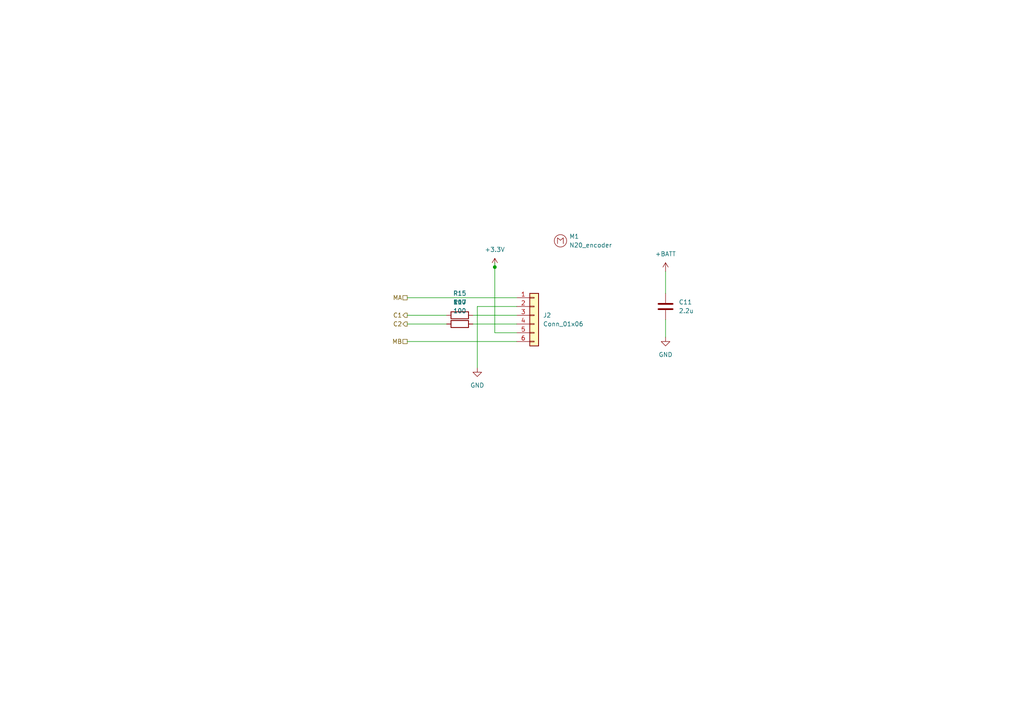
<source format=kicad_sch>
(kicad_sch (version 20230121) (generator eeschema)
  (paper "A4")
  (lib_symbols
    (symbol "Connector_Generic:Conn_01x06" (pin_names (offset 1.016) hide)
      (property "Reference" "J" (at 0 7.62 0))
      (property "Value" "Conn_01x06" (at 0 -10.16 0))
      (symbol "Conn_01x06_1_1"
        (rectangle (start -1.27 -7.493) (end 0 -7.747) (stroke (width 0.1524)))
        (rectangle (start -1.27 -4.953) (end 0 -5.207) (stroke (width 0.1524)))
        (rectangle (start -1.27 -2.413) (end 0 -2.667) (stroke (width 0.1524)))
        (rectangle (start -1.27 0.127) (end 0 -0.127) (stroke (width 0.1524)))
        (rectangle (start -1.27 2.667) (end 0 2.413) (stroke (width 0.1524)))
        (rectangle (start -1.27 5.207) (end 0 4.953) (stroke (width 0.1524)))
        (rectangle (start -1.27 6.35) (end 1.27 -8.89) (stroke (width 0.254)) (fill (type background)))
        (pin passive line (at -5.08 5.08 0) (length 3.81) (name "Pin_1") (number "1"))
        (pin passive line (at -5.08 2.54 0) (length 3.81) (name "Pin_2") (number "2"))
        (pin passive line (at -5.08 0 0) (length 3.81) (name "Pin_3") (number "3"))
        (pin passive line (at -5.08 -2.54 0) (length 3.81) (name "Pin_4") (number "4"))
        (pin passive line (at -5.08 -5.08 0) (length 3.81) (name "Pin_5") (number "5"))
        (pin passive line (at -5.08 -7.62 0) (length 3.81) (name "Pin_6") (number "6"))
      )
    )
    (symbol "Device:C" (pin_numbers hide) (pin_names (offset 0.254))
      (property "Reference" "C" (at 0.635 2.54 0))
      (property "Value" "C" (at 0.635 -2.54 0))
      (symbol "C_0_1"
        (polyline (pts (xy -2.032 -0.762) (xy 2.032 -0.762)) (stroke (width 0.508)))
        (polyline (pts (xy -2.032 0.762) (xy 2.032 0.762)) (stroke (width 0.508)))
      )
      (symbol "C_1_1"
        (pin passive line (at 0 3.81 270) (length 2.794) (name "~") (number "1"))
        (pin passive line (at 0 -3.81 90) (length 2.794) (name "~") (number "2"))
      )
    )
    (symbol "Device:R" (pin_numbers hide) (pin_names (offset 0))
      (property "Reference" "R" (at 2.032 0 90))
      (property "Value" "R" (at 0 0 90))
      (symbol "R_0_1"
        (rectangle (start -1.016 -2.54) (end 1.016 2.54) (stroke (width 0.254)))
      )
      (symbol "R_1_1"
        (pin passive line (at 0 3.81 270) (length 1.27) (name "~") (number "1"))
        (pin passive line (at 0 -3.81 90) (length 1.27) (name "~") (number "2"))
      )
    )
    (symbol "minimouse:N20_w_encoder"
      (property "Reference" "M" (at -8.89 1.27 0))
      (property "Value" "N20_encoder" (at 0 -2.54 0))
      (symbol "N20_w_encoder_0_1"
        (polyline (pts (xy -0.8636 -0.8128) (xy -0.8636 0.8636) (xy 0 0.1524) (xy 0.8128 0.8636) (xy 0.8128 -0.8128)))
        (circle (center 0 0) (radius 1.7961))
      )
    )
    (symbol "power:+3.3V" (power) (pin_names (offset 0))
      (property "Value" "+3.3V" (at 0 3.556 0))
      (symbol "+3.3V_0_1"
        (polyline (pts (xy -0.762 1.27) (xy 0 2.54)))
        (polyline (pts (xy 0 0) (xy 0 2.54)))
        (polyline (pts (xy 0 2.54) (xy 0.762 1.27)))
      )
      (symbol "+3.3V_1_1"
        (pin power_in line (at 0 0 90) (length 0) hide (name "+3.3V") (number "1"))
      )
    )
    (symbol "power:+BATT" (power) (pin_names (offset 0))
      (property "Value" "+BATT" (at 0 3.556 0))
      (symbol "+BATT_0_1"
        (polyline (pts (xy -0.762 1.27) (xy 0 2.54)))
        (polyline (pts (xy 0 0) (xy 0 2.54)))
        (polyline (pts (xy 0 2.54) (xy 0.762 1.27)))
      )
      (symbol "+BATT_1_1"
        (pin power_in line (at 0 0 90) (length 0) hide (name "+BATT") (number "1"))
      )
    )
    (symbol "power:GND" (power) (pin_names (offset 0))
      (property "Value" "GND" (at 0 -3.81 0))
      (symbol "GND_0_1"
        (polyline (pts (xy 0 0) (xy 0 -1.27) (xy 1.27 -1.27) (xy 0 -2.54) (xy -1.27 -1.27) (xy 0 -1.27)))
      )
      (symbol "GND_1_1"
        (pin power_in line (at 0 0 270) (length 0) hide (name "GND") (number "1"))
      )
    )
  )
  (junction (at 143.51 77.47))
  (wire (pts (xy 193.04 78.74) (xy 193.04 85.09)))
  (wire (pts (xy 143.51 77.47) (xy 143.51 96.52)))
  (wire (pts (xy 137.16 93.98) (xy 149.86 93.98)))
  (wire (pts (xy 118.11 91.44) (xy 129.54 91.44)))
  (wire (pts (xy 137.16 91.44) (xy 149.86 91.44)))
  (wire (pts (xy 138.43 88.9) (xy 138.43 106.68)))
  (wire (pts (xy 118.11 93.98) (xy 129.54 93.98)))
  (wire (pts (xy 149.86 88.9) (xy 138.43 88.9)))
  (wire (pts (xy 143.51 76.2) (xy 143.51 77.47)))
  (wire (pts (xy 149.86 96.52) (xy 143.51 96.52)))
  (wire (pts (xy 118.11 86.36) (xy 149.86 86.36)))
  (wire (pts (xy 118.11 99.06) (xy 149.86 99.06)))
  (wire (pts (xy 193.04 92.71) (xy 193.04 97.79)))
  (hierarchical_label "C1" (shape output) (at 118.11 91.44 180))
  (hierarchical_label "C2" (shape output) (at 118.11 93.98 180))
  (hierarchical_label "MB" (shape passive) (at 118.11 99.06 180))
  (hierarchical_label "MA" (shape passive) (at 118.11 86.36 180))
  (symbol (lib_id "Device:C") (at 193.04 88.9 0) (unit 1)
    (property "Reference" "C11" (at 196.85 87.63 0) (effects (justify left)))
    (property "Value" "2.2u" (at 196.85 90.17 0) (effects (justify left)))
    (property "Footprint" "Capacitor_SMD:C_0603_1608Metric" (effects hide))
    (instances (project "minimouse" (path "" (reference "C11") (unit 1)) (path "" (reference "C10") (unit 1))))
  )
  (symbol (lib_id "power:GND") (at 138.43 106.68 0) (unit 1)
    (property "Reference" "#PWR016" (effects hide))
    (property "Value" "GND" (at 138.43 111.76 0))
    (instances (project "minimouse" (path "" (reference "#PWR016") (unit 1)) (path "" (reference "#PWR017") (unit 1))))
  )
  (symbol (lib_id "power:+3.3V") (at 143.51 77.47 0) (unit 1)
    (property "Reference" "#PWR018" (effects hide))
    (property "Value" "+3.3V" (at 143.51 72.39 0))
    (instances (project "minimouse" (path "" (reference "#PWR018") (unit 1)) (path "" (reference "#PWR019") (unit 1))))
  )
  (symbol (lib_id "minimouse:N20_w_encoder") (at 162.56 69.85 0) (unit 1)
    (property "Reference" "M1" (at 165.1 68.58 0) (effects (justify left)))
    (property "Value" "N20_encoder" (at 165.1 71.12 0) (effects (justify left)))
    (property "Footprint" "minimouse:N20_with_encoder" (effects hide))
    (instances (project "minimouse" (path "" (reference "M1") (unit 1)) (path "" (reference "M2") (unit 1))))
  )
  (symbol (lib_id "Device:R") (at 133.35 91.44 90) (unit 1)
    (property "Reference" "R15" (at 133.35 85.09 90))
    (property "Value" "100" (at 133.35 87.63 90))
    (property "Footprint" "Resistor_SMD:R_0603_1608Metric" (effects hide))
    (instances (project "minimouse" (path "" (reference "R15") (unit 1)) (path "" (reference "R14") (unit 1))))
  )
  (symbol (lib_id "Device:R") (at 133.35 93.98 90) (unit 1)
    (property "Reference" "R17" (at 133.35 87.63 90))
    (property "Value" "100" (at 133.35 90.17 90))
    (property "Footprint" "Resistor_SMD:R_0603_1608Metric" (effects hide))
    (instances (project "minimouse" (path "" (reference "R17") (unit 1)) (path "" (reference "R16") (unit 1))))
  )
  (symbol (lib_id "power:+BATT") (at 193.04 78.74 0) (unit 1)
    (property "Reference" "#PWR023" (effects hide))
    (property "Value" "+BATT" (at 193.04 73.66 0))
    (instances (project "minimouse" (path "" (reference "#PWR023") (unit 1)) (path "" (reference "#PWR022") (unit 1))))
  )
  (symbol (lib_id "power:GND") (at 193.04 97.79 0) (unit 1)
    (property "Reference" "#PWR021" (effects hide))
    (property "Value" "GND" (at 193.04 102.87 0))
    (instances (project "minimouse" (path "" (reference "#PWR021") (unit 1)) (path "" (reference "#PWR020") (unit 1))))
  )
  (symbol (lib_id "Connector_Generic:Conn_01x06") (at 154.94 91.44 0) (unit 1)
    (property "Reference" "J2" (at 157.48 91.44 0) (effects (justify left)))
    (property "Value" "Conn_01x06" (at 157.48 93.98 0) (effects (justify left)))
    (property "Footprint" "Connector_PinHeader_2.54mm:PinHeader_1x06_P2.54mm_Vertical" (effects hide))
    (instances (project "minimouse" (path "" (reference "J2") (unit 1)) (path "" (reference "J3") (unit 1))))
  )
)
</source>
